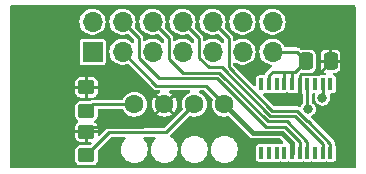
<source format=gbr>
%TF.GenerationSoftware,KiCad,Pcbnew,7.0.6-0*%
%TF.CreationDate,2024-10-04T20:33:39+02:00*%
%TF.ProjectId,Z3660_CPLD_prog,5a333636-305f-4435-904c-445f70726f67,rev?*%
%TF.SameCoordinates,Original*%
%TF.FileFunction,Copper,L1,Top*%
%TF.FilePolarity,Positive*%
%FSLAX46Y46*%
G04 Gerber Fmt 4.6, Leading zero omitted, Abs format (unit mm)*
G04 Created by KiCad (PCBNEW 7.0.6-0) date 2024-10-04 20:33:39*
%MOMM*%
%LPD*%
G01*
G04 APERTURE LIST*
G04 Aperture macros list*
%AMRoundRect*
0 Rectangle with rounded corners*
0 $1 Rounding radius*
0 $2 $3 $4 $5 $6 $7 $8 $9 X,Y pos of 4 corners*
0 Add a 4 corners polygon primitive as box body*
4,1,4,$2,$3,$4,$5,$6,$7,$8,$9,$2,$3,0*
0 Add four circle primitives for the rounded corners*
1,1,$1+$1,$2,$3*
1,1,$1+$1,$4,$5*
1,1,$1+$1,$6,$7*
1,1,$1+$1,$8,$9*
0 Add four rect primitives between the rounded corners*
20,1,$1+$1,$2,$3,$4,$5,0*
20,1,$1+$1,$4,$5,$6,$7,0*
20,1,$1+$1,$6,$7,$8,$9,0*
20,1,$1+$1,$8,$9,$2,$3,0*%
G04 Aperture macros list end*
%TA.AperFunction,SMDPad,CuDef*%
%ADD10R,0.400000X1.000000*%
%TD*%
%TA.AperFunction,SMDPad,CuDef*%
%ADD11RoundRect,0.250000X-0.450000X0.350000X-0.450000X-0.350000X0.450000X-0.350000X0.450000X0.350000X0*%
%TD*%
%TA.AperFunction,ComponentPad*%
%ADD12C,1.605000*%
%TD*%
%TA.AperFunction,SMDPad,CuDef*%
%ADD13RoundRect,0.250000X0.337500X0.475000X-0.337500X0.475000X-0.337500X-0.475000X0.337500X-0.475000X0*%
%TD*%
%TA.AperFunction,ComponentPad*%
%ADD14R,1.700000X1.700000*%
%TD*%
%TA.AperFunction,ComponentPad*%
%ADD15O,1.700000X1.700000*%
%TD*%
%TA.AperFunction,ViaPad*%
%ADD16C,0.800000*%
%TD*%
%TA.AperFunction,Conductor*%
%ADD17C,0.250000*%
%TD*%
%TA.AperFunction,Conductor*%
%ADD18C,0.400000*%
%TD*%
G04 APERTURE END LIST*
D10*
%TO.P,U1,1,~{INT}*%
%TO.N,unconnected-(U1-~{INT}-Pad1)*%
X153625000Y-48850000D03*
%TO.P,U1,2,SCL*%
%TO.N,I2C0_CLK*%
X152975000Y-48850000D03*
%TO.P,U1,3,NC*%
%TO.N,unconnected-(U1-NC-Pad3)*%
X152325000Y-48850000D03*
%TO.P,U1,4,SDA*%
%TO.N,I2C0_SDA*%
X151675000Y-48850000D03*
%TO.P,U1,5,VDD*%
%TO.N,+3V3*%
X151025000Y-48850000D03*
%TO.P,U1,6,A0*%
%TO.N,Earth*%
X150375000Y-48850000D03*
%TO.P,U1,7,A1*%
X149725000Y-48850000D03*
%TO.P,U1,8,NC*%
%TO.N,unconnected-(U1-NC-Pad8)*%
X149075000Y-48850000D03*
%TO.P,U1,9,A2*%
%TO.N,Earth*%
X148425000Y-48850000D03*
%TO.P,U1,10,P0*%
%TO.N,unconnected-(U1-P0-Pad10)*%
X147775000Y-48850000D03*
%TO.P,U1,11,P1*%
%TO.N,unconnected-(U1-P1-Pad11)*%
X147775000Y-54650000D03*
%TO.P,U1,12,P2*%
%TO.N,unconnected-(U1-P2-Pad12)*%
X148425000Y-54650000D03*
%TO.P,U1,13,NC*%
%TO.N,unconnected-(U1-NC-Pad13)*%
X149075000Y-54650000D03*
%TO.P,U1,14,P3*%
%TO.N,unconnected-(U1-P3-Pad14)*%
X149725000Y-54650000D03*
%TO.P,U1,15,VSS*%
%TO.N,Earth*%
X150375000Y-54650000D03*
%TO.P,U1,16,P4*%
%TO.N,TMS*%
X151025000Y-54650000D03*
%TO.P,U1,17,P5*%
%TO.N,TCK*%
X151675000Y-54650000D03*
%TO.P,U1,18,NC*%
%TO.N,unconnected-(U1-NC-Pad18)*%
X152325000Y-54650000D03*
%TO.P,U1,19,P6*%
%TO.N,TDO*%
X152975000Y-54650000D03*
%TO.P,U1,20,P7*%
%TO.N,TDI*%
X153625000Y-54650000D03*
%TD*%
D11*
%TO.P,R1,1*%
%TO.N,+3V3*%
X132960000Y-52870000D03*
%TO.P,R1,2*%
%TO.N,I2C0_CLK*%
X132960000Y-54870000D03*
%TD*%
D12*
%TO.P,J1,1,1*%
%TO.N,Earth*%
X144650000Y-50540000D03*
%TO.P,J1,2,2*%
%TO.N,I2C0_CLK*%
X142110000Y-50540000D03*
%TO.P,J1,3,3*%
%TO.N,+3V3*%
X139570000Y-50540000D03*
%TO.P,J1,4,4*%
%TO.N,I2C0_SDA*%
X137030000Y-50540000D03*
%TD*%
D11*
%TO.P,R2,2*%
%TO.N,I2C0_SDA*%
X132960000Y-51120000D03*
%TO.P,R2,1*%
%TO.N,+3V3*%
X132960000Y-49120000D03*
%TD*%
D13*
%TO.P,C1,1*%
%TO.N,+3V3*%
X153637500Y-46900000D03*
%TO.P,C1,2*%
%TO.N,Earth*%
X151562500Y-46900000D03*
%TD*%
D14*
%TO.P,J3,1,Pin_1*%
%TO.N,Earth*%
X133480000Y-46100000D03*
D15*
%TO.P,J3,2,Pin_2*%
%TO.N,unconnected-(J3-Pin_2-Pad2)*%
X133480000Y-43560000D03*
%TO.P,J3,3,Pin_3*%
%TO.N,Earth*%
X136020000Y-46100000D03*
%TO.P,J3,4,Pin_4*%
%TO.N,TMS*%
X136020000Y-43560000D03*
%TO.P,J3,5,Pin_5*%
%TO.N,Earth*%
X138560000Y-46100000D03*
%TO.P,J3,6,Pin_6*%
%TO.N,TCK*%
X138560000Y-43560000D03*
%TO.P,J3,7,Pin_7*%
%TO.N,Earth*%
X141100000Y-46100000D03*
%TO.P,J3,8,Pin_8*%
%TO.N,TDO*%
X141100000Y-43560000D03*
%TO.P,J3,9,Pin_9*%
%TO.N,Earth*%
X143640000Y-46100000D03*
%TO.P,J3,10,Pin_10*%
%TO.N,TDI*%
X143640000Y-43560000D03*
%TO.P,J3,11,Pin_11*%
%TO.N,Earth*%
X146180000Y-46100000D03*
%TO.P,J3,12,Pin_12*%
%TO.N,unconnected-(J3-Pin_12-Pad12)*%
X146180000Y-43560000D03*
%TO.P,J3,13,Pin_13*%
%TO.N,Earth*%
X148720000Y-46100000D03*
%TO.P,J3,14,Pin_14*%
%TO.N,unconnected-(J3-Pin_14-Pad14)*%
X148720000Y-43560000D03*
%TD*%
D16*
%TO.N,+3V3*%
X149930445Y-49969555D03*
%TO.N,I2C0_CLK*%
X152950000Y-50000000D03*
%TO.N,I2C0_SDA*%
X151723922Y-50945000D03*
%TD*%
D17*
%TO.N,+3V3*%
X151025000Y-48850000D02*
X151025000Y-49600000D01*
X153637500Y-46900000D02*
X153637500Y-46962500D01*
X132960000Y-49120000D02*
X138150000Y-49120000D01*
X152600000Y-48000000D02*
X151125000Y-48000000D01*
X132960000Y-52870000D02*
X133360000Y-52470000D01*
X137640000Y-52470000D02*
X139570000Y-50540000D01*
X151025000Y-49600000D02*
X150655445Y-49969555D01*
X133360000Y-52470000D02*
X137640000Y-52470000D01*
X150655445Y-49969555D02*
X149930445Y-49969555D01*
X151025000Y-48100000D02*
X151025000Y-48850000D01*
X138150000Y-49120000D02*
X139570000Y-50540000D01*
X153637500Y-46962500D02*
X152600000Y-48000000D01*
X151125000Y-48000000D02*
X151025000Y-48100000D01*
%TO.N,Earth*%
X138882500Y-48962500D02*
X136020000Y-46100000D01*
X151562500Y-46900000D02*
X150762500Y-46100000D01*
X150662500Y-47800000D02*
X150650000Y-47800000D01*
X151562500Y-46900000D02*
X150662500Y-47800000D01*
D18*
X149531142Y-52970000D02*
X147080000Y-52970000D01*
D17*
X148425000Y-48100000D02*
X148725000Y-47800000D01*
X149725000Y-48850000D02*
X149725000Y-47825000D01*
X148425000Y-48850000D02*
X148425000Y-48100000D01*
D18*
X147080000Y-52970000D02*
X144650000Y-50540000D01*
D17*
X149725000Y-47825000D02*
X149750000Y-47800000D01*
X148725000Y-47800000D02*
X149750000Y-47800000D01*
X143072500Y-48962500D02*
X138882500Y-48962500D01*
X150375000Y-48850000D02*
X150375000Y-47800000D01*
X150762500Y-46100000D02*
X148720000Y-46100000D01*
D18*
X150375000Y-54650000D02*
X150375000Y-53813858D01*
X150375000Y-53813858D02*
X149531142Y-52970000D01*
D17*
X144650000Y-50540000D02*
X143072500Y-48962500D01*
X149750000Y-47800000D02*
X150650000Y-47800000D01*
%TO.N,I2C0_CLK*%
X152975000Y-48850000D02*
X152975000Y-49975000D01*
X139730000Y-52920000D02*
X142110000Y-50540000D01*
X132960000Y-54870000D02*
X134910000Y-52920000D01*
X152975000Y-49975000D02*
X152950000Y-50000000D01*
X134910000Y-52920000D02*
X139730000Y-52920000D01*
%TO.N,I2C0_SDA*%
X151675000Y-50896078D02*
X151723922Y-50945000D01*
X151675000Y-48850000D02*
X151675000Y-50896078D01*
X132960000Y-51120000D02*
X133540000Y-50540000D01*
X133540000Y-50540000D02*
X137030000Y-50540000D01*
%TO.N,TDI*%
X151681396Y-51970000D02*
X151720000Y-51970000D01*
X143640000Y-43560000D02*
X145005000Y-44925000D01*
X148708714Y-51095000D02*
X150806396Y-51095000D01*
X150806396Y-51095000D02*
X151681396Y-51970000D01*
X145005000Y-47391286D02*
X148708714Y-51095000D01*
X153625000Y-53875000D02*
X153625000Y-54650000D01*
X145005000Y-44925000D02*
X145005000Y-47391286D01*
X151720000Y-51970000D02*
X153625000Y-53875000D01*
%TO.N,TDO*%
X142465000Y-44925000D02*
X142465000Y-46586701D01*
X141100000Y-43560000D02*
X142465000Y-44925000D01*
X144402318Y-47425000D02*
X148522318Y-51545000D01*
X150620000Y-51545000D02*
X152975000Y-53900000D01*
X152975000Y-53900000D02*
X152975000Y-54650000D01*
X143303299Y-47425000D02*
X144402318Y-47425000D01*
X142465000Y-46586701D02*
X143303299Y-47425000D01*
X148522318Y-51545000D02*
X150620000Y-51545000D01*
%TO.N,TMS*%
X139123299Y-48325000D02*
X144029526Y-48325000D01*
X136020000Y-43560000D02*
X137385000Y-44925000D01*
X151025000Y-53721396D02*
X151025000Y-54650000D01*
X149748604Y-52445000D02*
X151025000Y-53721396D01*
X144029526Y-48325000D02*
X148149526Y-52445000D01*
X137385000Y-46586701D02*
X139123299Y-48325000D01*
X148149526Y-52445000D02*
X149748604Y-52445000D01*
X137385000Y-44925000D02*
X137385000Y-46586701D01*
%TO.N,TCK*%
X139925000Y-46675000D02*
X141125000Y-47875000D01*
X149935000Y-51995000D02*
X151675000Y-53735000D01*
X151675000Y-53735000D02*
X151675000Y-54650000D01*
X148335922Y-51995000D02*
X149935000Y-51995000D01*
X144215922Y-47875000D02*
X148335922Y-51995000D01*
X139925000Y-44925000D02*
X139925000Y-46675000D01*
X138560000Y-43560000D02*
X139925000Y-44925000D01*
X141125000Y-47875000D02*
X144215922Y-47875000D01*
%TD*%
%TA.AperFunction,Conductor*%
%TO.N,+3V3*%
G36*
X151093039Y-48744685D02*
G01*
X151138794Y-48797489D01*
X151150000Y-48849000D01*
X151150000Y-49600000D01*
X151175500Y-49600000D01*
X151242539Y-49619685D01*
X151288294Y-49672489D01*
X151299500Y-49724000D01*
X151299500Y-50396137D01*
X151279815Y-50463176D01*
X151257728Y-50488952D01*
X151233439Y-50510469D01*
X151233437Y-50510472D01*
X151143703Y-50640475D01*
X151143701Y-50640478D01*
X151128969Y-50679323D01*
X151086791Y-50735025D01*
X151021193Y-50759081D01*
X150977647Y-50754195D01*
X150920993Y-50737329D01*
X150869054Y-50719499D01*
X150861319Y-50718208D01*
X150853481Y-50717231D01*
X150798640Y-50719500D01*
X148915613Y-50719500D01*
X148848574Y-50699815D01*
X148827932Y-50683181D01*
X147951502Y-49806751D01*
X147918017Y-49745428D01*
X147923001Y-49675736D01*
X147964873Y-49619803D01*
X148014992Y-49597453D01*
X148075809Y-49585356D01*
X148124192Y-49585356D01*
X148200323Y-49600500D01*
X148200326Y-49600500D01*
X148649676Y-49600500D01*
X148725808Y-49585356D01*
X148774192Y-49585356D01*
X148850323Y-49600500D01*
X148850326Y-49600500D01*
X149299676Y-49600500D01*
X149375807Y-49585356D01*
X149424191Y-49585356D01*
X149500323Y-49600500D01*
X149500326Y-49600500D01*
X149949676Y-49600500D01*
X150025808Y-49585356D01*
X150074192Y-49585356D01*
X150150323Y-49600500D01*
X150150326Y-49600500D01*
X150599676Y-49600500D01*
X150677089Y-49585101D01*
X150725473Y-49585101D01*
X150800373Y-49600000D01*
X150900000Y-49600000D01*
X150900000Y-48849000D01*
X150919685Y-48781961D01*
X150972489Y-48736206D01*
X151024000Y-48725000D01*
X151026000Y-48725000D01*
X151093039Y-48744685D01*
G37*
%TD.AperFunction*%
%TA.AperFunction,Conductor*%
G36*
X155692539Y-42170185D02*
G01*
X155738294Y-42222989D01*
X155749500Y-42274500D01*
X155749500Y-55845500D01*
X155729815Y-55912539D01*
X155677011Y-55958294D01*
X155625500Y-55969500D01*
X126634000Y-55969500D01*
X126566961Y-55949815D01*
X126521206Y-55897011D01*
X126510000Y-55845500D01*
X126510000Y-55267870D01*
X132009500Y-55267870D01*
X132009501Y-55267876D01*
X132015908Y-55327483D01*
X132066202Y-55462328D01*
X132066206Y-55462335D01*
X132152452Y-55577544D01*
X132152455Y-55577547D01*
X132267664Y-55663793D01*
X132267671Y-55663797D01*
X132402517Y-55714091D01*
X132402516Y-55714091D01*
X132409444Y-55714835D01*
X132462127Y-55720500D01*
X133457872Y-55720499D01*
X133517483Y-55714091D01*
X133652331Y-55663796D01*
X133767546Y-55577546D01*
X133853796Y-55462331D01*
X133904091Y-55327483D01*
X133910500Y-55267873D01*
X133910499Y-54501897D01*
X133930183Y-54434859D01*
X133946813Y-54414222D01*
X135029217Y-53331819D01*
X135090541Y-53298334D01*
X135116899Y-53295500D01*
X136167187Y-53295500D01*
X136234226Y-53315185D01*
X136279981Y-53367989D01*
X136289925Y-53437147D01*
X136260900Y-53500703D01*
X136258824Y-53503038D01*
X136115963Y-53659749D01*
X136004691Y-53839459D01*
X136004690Y-53839460D01*
X135936041Y-54016666D01*
X135928338Y-54036550D01*
X135889500Y-54244317D01*
X135889500Y-54455683D01*
X135928338Y-54663450D01*
X135928339Y-54663452D01*
X136004690Y-54860539D01*
X136004691Y-54860540D01*
X136115963Y-55040250D01*
X136258355Y-55196448D01*
X136258358Y-55196450D01*
X136427032Y-55323827D01*
X136550599Y-55385356D01*
X136616237Y-55418040D01*
X136616243Y-55418043D01*
X136771902Y-55462331D01*
X136819536Y-55475884D01*
X136977271Y-55490500D01*
X136977275Y-55490500D01*
X137082725Y-55490500D01*
X137082729Y-55490500D01*
X137240464Y-55475884D01*
X137327350Y-55451162D01*
X137443756Y-55418043D01*
X137443758Y-55418041D01*
X137443761Y-55418041D01*
X137632968Y-55323827D01*
X137801642Y-55196450D01*
X137944038Y-55040249D01*
X138055308Y-54860542D01*
X138131662Y-54663450D01*
X138170500Y-54455683D01*
X138170500Y-54244317D01*
X138131662Y-54036550D01*
X138063904Y-53861647D01*
X138055309Y-53839460D01*
X138055308Y-53839459D01*
X138055308Y-53839458D01*
X137944038Y-53659751D01*
X137868771Y-53577187D01*
X137801176Y-53503038D01*
X137770559Y-53440234D01*
X137778757Y-53370847D01*
X137823166Y-53316907D01*
X137889689Y-53295539D01*
X137892813Y-53295500D01*
X138707187Y-53295500D01*
X138774226Y-53315185D01*
X138819981Y-53367989D01*
X138829925Y-53437147D01*
X138800900Y-53500703D01*
X138798824Y-53503038D01*
X138655963Y-53659749D01*
X138544691Y-53839459D01*
X138544690Y-53839460D01*
X138476041Y-54016666D01*
X138468338Y-54036550D01*
X138429500Y-54244317D01*
X138429500Y-54455683D01*
X138468338Y-54663450D01*
X138468339Y-54663452D01*
X138544690Y-54860539D01*
X138544691Y-54860540D01*
X138655963Y-55040250D01*
X138798355Y-55196448D01*
X138798358Y-55196450D01*
X138967032Y-55323827D01*
X139090599Y-55385356D01*
X139156237Y-55418040D01*
X139156243Y-55418043D01*
X139311902Y-55462331D01*
X139359536Y-55475884D01*
X139517271Y-55490500D01*
X139517275Y-55490500D01*
X139622725Y-55490500D01*
X139622729Y-55490500D01*
X139780464Y-55475884D01*
X139867350Y-55451162D01*
X139983756Y-55418043D01*
X139983758Y-55418041D01*
X139983761Y-55418041D01*
X140172968Y-55323827D01*
X140341642Y-55196450D01*
X140484038Y-55040249D01*
X140595308Y-54860542D01*
X140671662Y-54663450D01*
X140710500Y-54455683D01*
X140969500Y-54455683D01*
X141008338Y-54663450D01*
X141008339Y-54663452D01*
X141084690Y-54860539D01*
X141084691Y-54860540D01*
X141195963Y-55040250D01*
X141338355Y-55196448D01*
X141338358Y-55196450D01*
X141507032Y-55323827D01*
X141630599Y-55385356D01*
X141696237Y-55418040D01*
X141696243Y-55418043D01*
X141851902Y-55462331D01*
X141899536Y-55475884D01*
X142057271Y-55490500D01*
X142057275Y-55490500D01*
X142162725Y-55490500D01*
X142162729Y-55490500D01*
X142320464Y-55475884D01*
X142407350Y-55451162D01*
X142523756Y-55418043D01*
X142523758Y-55418041D01*
X142523761Y-55418041D01*
X142712968Y-55323827D01*
X142881642Y-55196450D01*
X143024038Y-55040249D01*
X143135308Y-54860542D01*
X143211662Y-54663450D01*
X143250500Y-54455683D01*
X143509500Y-54455683D01*
X143548338Y-54663450D01*
X143548339Y-54663452D01*
X143624690Y-54860539D01*
X143624691Y-54860540D01*
X143735963Y-55040250D01*
X143878355Y-55196448D01*
X143878358Y-55196450D01*
X144047032Y-55323827D01*
X144170599Y-55385356D01*
X144236237Y-55418040D01*
X144236243Y-55418043D01*
X144391902Y-55462331D01*
X144439536Y-55475884D01*
X144597271Y-55490500D01*
X144597275Y-55490500D01*
X144702725Y-55490500D01*
X144702729Y-55490500D01*
X144860464Y-55475884D01*
X144947350Y-55451162D01*
X145063756Y-55418043D01*
X145063758Y-55418041D01*
X145063761Y-55418041D01*
X145252968Y-55323827D01*
X145421642Y-55196450D01*
X145564038Y-55040249D01*
X145675308Y-54860542D01*
X145751662Y-54663450D01*
X145790500Y-54455683D01*
X145790500Y-54244317D01*
X145751662Y-54036550D01*
X145683904Y-53861647D01*
X145675309Y-53839460D01*
X145675308Y-53839459D01*
X145675308Y-53839458D01*
X145564038Y-53659751D01*
X145488771Y-53577187D01*
X145421644Y-53503551D01*
X145252968Y-53376173D01*
X145063762Y-53281959D01*
X145063756Y-53281956D01*
X144860466Y-53224116D01*
X144860463Y-53224115D01*
X144748472Y-53213738D01*
X144702729Y-53209500D01*
X144597271Y-53209500D01*
X144554619Y-53213452D01*
X144439536Y-53224115D01*
X144439533Y-53224116D01*
X144236243Y-53281956D01*
X144236237Y-53281959D01*
X144047031Y-53376173D01*
X143878355Y-53503551D01*
X143735963Y-53659749D01*
X143624691Y-53839459D01*
X143624690Y-53839460D01*
X143556041Y-54016666D01*
X143548338Y-54036550D01*
X143509500Y-54244317D01*
X143509500Y-54455683D01*
X143250500Y-54455683D01*
X143250500Y-54244317D01*
X143211662Y-54036550D01*
X143143904Y-53861647D01*
X143135309Y-53839460D01*
X143135308Y-53839459D01*
X143135308Y-53839458D01*
X143024038Y-53659751D01*
X142948771Y-53577187D01*
X142881644Y-53503551D01*
X142712968Y-53376173D01*
X142523762Y-53281959D01*
X142523756Y-53281956D01*
X142320466Y-53224116D01*
X142320463Y-53224115D01*
X142208472Y-53213738D01*
X142162729Y-53209500D01*
X142057271Y-53209500D01*
X142014619Y-53213452D01*
X141899536Y-53224115D01*
X141899533Y-53224116D01*
X141696243Y-53281956D01*
X141696237Y-53281959D01*
X141507031Y-53376173D01*
X141338355Y-53503551D01*
X141195963Y-53659749D01*
X141084691Y-53839459D01*
X141084690Y-53839460D01*
X141016041Y-54016666D01*
X141008338Y-54036550D01*
X140969500Y-54244317D01*
X140969500Y-54455683D01*
X140710500Y-54455683D01*
X140710500Y-54244317D01*
X140671662Y-54036550D01*
X140603904Y-53861647D01*
X140595309Y-53839460D01*
X140595308Y-53839459D01*
X140595308Y-53839458D01*
X140484038Y-53659751D01*
X140408771Y-53577187D01*
X140341644Y-53503551D01*
X140172968Y-53376173D01*
X140081499Y-53330626D01*
X140030262Y-53283122D01*
X140012841Y-53215459D01*
X140034767Y-53149119D01*
X140049084Y-53131951D01*
X141620614Y-51560421D01*
X141681935Y-51526938D01*
X141744287Y-51529443D01*
X141901954Y-51577272D01*
X141903573Y-51577763D01*
X141903575Y-51577764D01*
X141918125Y-51579197D01*
X142110000Y-51598095D01*
X142316424Y-51577764D01*
X142514915Y-51517552D01*
X142697846Y-51419774D01*
X142858186Y-51288186D01*
X142989774Y-51127846D01*
X143087552Y-50944915D01*
X143147764Y-50746424D01*
X143168095Y-50540000D01*
X143147764Y-50333576D01*
X143087552Y-50135085D01*
X143035988Y-50038615D01*
X142989775Y-49952155D01*
X142989773Y-49952152D01*
X142858186Y-49791813D01*
X142697847Y-49660226D01*
X142697844Y-49660224D01*
X142531586Y-49571358D01*
X142481742Y-49522396D01*
X142466281Y-49454258D01*
X142490113Y-49388579D01*
X142545670Y-49346210D01*
X142590039Y-49338000D01*
X142865601Y-49338000D01*
X142932640Y-49357685D01*
X142953282Y-49374319D01*
X143629576Y-50050613D01*
X143663061Y-50111936D01*
X143660555Y-50174290D01*
X143612236Y-50333573D01*
X143612235Y-50333575D01*
X143591905Y-50540000D01*
X143612235Y-50746424D01*
X143612236Y-50746426D01*
X143672448Y-50944916D01*
X143770224Y-51127844D01*
X143770226Y-51127847D01*
X143901813Y-51288186D01*
X144062152Y-51419773D01*
X144062155Y-51419775D01*
X144217974Y-51503061D01*
X144245085Y-51517552D01*
X144386411Y-51560423D01*
X144443573Y-51577763D01*
X144443575Y-51577764D01*
X144458125Y-51579197D01*
X144650000Y-51598095D01*
X144856424Y-51577764D01*
X144934330Y-51554130D01*
X145004195Y-51553506D01*
X145058006Y-51585110D01*
X146741090Y-53268193D01*
X146745726Y-53273380D01*
X146770121Y-53303970D01*
X146770121Y-53303971D01*
X146819271Y-53337480D01*
X146867118Y-53372793D01*
X146874654Y-53376776D01*
X146882319Y-53380467D01*
X146882327Y-53380472D01*
X146939177Y-53398007D01*
X146995297Y-53417645D01*
X146995299Y-53417645D01*
X146995301Y-53417646D01*
X146995302Y-53417646D01*
X147003679Y-53419230D01*
X147012096Y-53420499D01*
X147012098Y-53420500D01*
X147071574Y-53420500D01*
X147131009Y-53422724D01*
X147131009Y-53422723D01*
X147131010Y-53422724D01*
X147131010Y-53422723D01*
X147140244Y-53421684D01*
X147140337Y-53422513D01*
X147155636Y-53420500D01*
X149293176Y-53420500D01*
X149360215Y-53440185D01*
X149380857Y-53456819D01*
X149611857Y-53687819D01*
X149645342Y-53749142D01*
X149640358Y-53818834D01*
X149598486Y-53874767D01*
X149533022Y-53899184D01*
X149524176Y-53899500D01*
X149500326Y-53899500D01*
X149424190Y-53914644D01*
X149375810Y-53914644D01*
X149299674Y-53899500D01*
X148850326Y-53899500D01*
X148774190Y-53914644D01*
X148725810Y-53914644D01*
X148649674Y-53899500D01*
X148200326Y-53899500D01*
X148124190Y-53914644D01*
X148075810Y-53914644D01*
X147999674Y-53899500D01*
X147550326Y-53899500D01*
X147550323Y-53899500D01*
X147477264Y-53914032D01*
X147477260Y-53914033D01*
X147394399Y-53969399D01*
X147339033Y-54052260D01*
X147339032Y-54052264D01*
X147324500Y-54125321D01*
X147324500Y-55174678D01*
X147339032Y-55247735D01*
X147339033Y-55247739D01*
X147352486Y-55267873D01*
X147394399Y-55330601D01*
X147449999Y-55367751D01*
X147477260Y-55385966D01*
X147477264Y-55385967D01*
X147550321Y-55400499D01*
X147550324Y-55400500D01*
X147550326Y-55400500D01*
X147999676Y-55400500D01*
X148075807Y-55385356D01*
X148124191Y-55385356D01*
X148200323Y-55400500D01*
X148200326Y-55400500D01*
X148649676Y-55400500D01*
X148725808Y-55385356D01*
X148774192Y-55385356D01*
X148850323Y-55400500D01*
X148850326Y-55400500D01*
X149299676Y-55400500D01*
X149375808Y-55385356D01*
X149424192Y-55385356D01*
X149500323Y-55400500D01*
X149500326Y-55400500D01*
X149949676Y-55400500D01*
X150025808Y-55385356D01*
X150074192Y-55385356D01*
X150150323Y-55400500D01*
X150150326Y-55400500D01*
X150599676Y-55400500D01*
X150675808Y-55385356D01*
X150724192Y-55385356D01*
X150800323Y-55400500D01*
X150800326Y-55400500D01*
X151249676Y-55400500D01*
X151325808Y-55385356D01*
X151374192Y-55385356D01*
X151450323Y-55400500D01*
X151450326Y-55400500D01*
X151899676Y-55400500D01*
X151975807Y-55385356D01*
X152024191Y-55385356D01*
X152100323Y-55400500D01*
X152100326Y-55400500D01*
X152549676Y-55400500D01*
X152625808Y-55385356D01*
X152674192Y-55385356D01*
X152750323Y-55400500D01*
X152750326Y-55400500D01*
X153199676Y-55400500D01*
X153275807Y-55385356D01*
X153324191Y-55385356D01*
X153400323Y-55400500D01*
X153400326Y-55400500D01*
X153849676Y-55400500D01*
X153849677Y-55400499D01*
X153922740Y-55385966D01*
X154005601Y-55330601D01*
X154060966Y-55247740D01*
X154075500Y-55174674D01*
X154075500Y-54125326D01*
X154075500Y-54125323D01*
X154075499Y-54125321D01*
X154060967Y-54052264D01*
X154060966Y-54052260D01*
X154043358Y-54025908D01*
X154021819Y-53993672D01*
X154000943Y-53926995D01*
X154003561Y-53899345D01*
X154005367Y-53890732D01*
X154001742Y-53861647D01*
X154000977Y-53855507D01*
X154000500Y-53847831D01*
X154000500Y-53843889D01*
X154000498Y-53843876D01*
X153996657Y-53820859D01*
X153993121Y-53792489D01*
X153989866Y-53766374D01*
X153989864Y-53766370D01*
X153987622Y-53758840D01*
X153985065Y-53751392D01*
X153985065Y-53751390D01*
X153958944Y-53703122D01*
X153934826Y-53653789D01*
X153934824Y-53653787D01*
X153934824Y-53653786D01*
X153930276Y-53647416D01*
X153925420Y-53641176D01*
X153925419Y-53641174D01*
X153885029Y-53603992D01*
X152022149Y-51741111D01*
X152006022Y-51721252D01*
X152000086Y-51712167D01*
X152000085Y-51712166D01*
X152000084Y-51712164D01*
X152000081Y-51712161D01*
X151999268Y-51711278D01*
X151998534Y-51709791D01*
X151994465Y-51703563D01*
X151995217Y-51703071D01*
X151968347Y-51648623D01*
X151976208Y-51579197D01*
X152020355Y-51525042D01*
X152032859Y-51517507D01*
X152096162Y-51484283D01*
X152214405Y-51379530D01*
X152304142Y-51249523D01*
X152360159Y-51101818D01*
X152379200Y-50945000D01*
X152360192Y-50788449D01*
X152360159Y-50788181D01*
X152318874Y-50679323D01*
X152304142Y-50640477D01*
X152273781Y-50596492D01*
X152251900Y-50530141D01*
X152252261Y-50528741D01*
X152220017Y-50515282D01*
X152215861Y-50511760D01*
X152190116Y-50488952D01*
X152096162Y-50405717D01*
X152096161Y-50405716D01*
X152092273Y-50402272D01*
X152055147Y-50343083D01*
X152050500Y-50309456D01*
X152050500Y-50038615D01*
X152061527Y-50001058D01*
X152052179Y-49981723D01*
X152050500Y-49961384D01*
X152050500Y-49724500D01*
X152070185Y-49657461D01*
X152122989Y-49611706D01*
X152174500Y-49600500D01*
X152226155Y-49600500D01*
X152293194Y-49620185D01*
X152338949Y-49672989D01*
X152348893Y-49742147D01*
X152342097Y-49768471D01*
X152313763Y-49843181D01*
X152297596Y-49976330D01*
X152288893Y-49996548D01*
X152293477Y-50003680D01*
X152297595Y-50023667D01*
X152304264Y-50078588D01*
X152313763Y-50156818D01*
X152369780Y-50304523D01*
X152369780Y-50304524D01*
X152400138Y-50348504D01*
X152422021Y-50414858D01*
X152421659Y-50416257D01*
X152453903Y-50429717D01*
X152458060Y-50433239D01*
X152459516Y-50434529D01*
X152459517Y-50434530D01*
X152577760Y-50539283D01*
X152577762Y-50539284D01*
X152717634Y-50612696D01*
X152871014Y-50650500D01*
X152871015Y-50650500D01*
X153028985Y-50650500D01*
X153182365Y-50612696D01*
X153250657Y-50576853D01*
X153322240Y-50539283D01*
X153440483Y-50434530D01*
X153530220Y-50304523D01*
X153586237Y-50156818D01*
X153605278Y-50000000D01*
X153586237Y-49843182D01*
X153557903Y-49768471D01*
X153552536Y-49698808D01*
X153585683Y-49637302D01*
X153646822Y-49603480D01*
X153673845Y-49600500D01*
X153849676Y-49600500D01*
X153849677Y-49600499D01*
X153922740Y-49585966D01*
X154005601Y-49530601D01*
X154060966Y-49447740D01*
X154075500Y-49374674D01*
X154075500Y-48325326D01*
X154075500Y-48325325D01*
X154075500Y-48325323D01*
X154075499Y-48325321D01*
X154060967Y-48252264D01*
X154060966Y-48252260D01*
X154060965Y-48252259D01*
X154005601Y-48169399D01*
X153922740Y-48114034D01*
X153922738Y-48114033D01*
X153922736Y-48114032D01*
X153921597Y-48113560D01*
X153919495Y-48111866D01*
X153912585Y-48107249D01*
X153912998Y-48106630D01*
X153867195Y-48069718D01*
X153845131Y-48003424D01*
X153862411Y-47935725D01*
X153913549Y-47888115D01*
X153969052Y-47875000D01*
X154022828Y-47875000D01*
X154022844Y-47874999D01*
X154082372Y-47868598D01*
X154082379Y-47868596D01*
X154217086Y-47818354D01*
X154217093Y-47818350D01*
X154332187Y-47732190D01*
X154332190Y-47732187D01*
X154418350Y-47617093D01*
X154418354Y-47617086D01*
X154468596Y-47482379D01*
X154468598Y-47482372D01*
X154474999Y-47422844D01*
X154475000Y-47422827D01*
X154475000Y-47025000D01*
X152800000Y-47025000D01*
X152800000Y-47422844D01*
X152806401Y-47482372D01*
X152806403Y-47482379D01*
X152856645Y-47617086D01*
X152856649Y-47617093D01*
X152942809Y-47732187D01*
X152942812Y-47732190D01*
X153057906Y-47818350D01*
X153057913Y-47818354D01*
X153167743Y-47859318D01*
X153223677Y-47901189D01*
X153248094Y-47966653D01*
X153233242Y-48034926D01*
X153183837Y-48084332D01*
X153124410Y-48099500D01*
X152750326Y-48099500D01*
X152674190Y-48114644D01*
X152625810Y-48114644D01*
X152549674Y-48099500D01*
X152100326Y-48099500D01*
X152100325Y-48099500D01*
X152088528Y-48101846D01*
X152018937Y-48095615D01*
X151963762Y-48052749D01*
X151940520Y-47986858D01*
X151956592Y-47918862D01*
X152006873Y-47870349D01*
X152021005Y-47864047D01*
X152139331Y-47819915D01*
X152142326Y-47818798D01*
X152142326Y-47818797D01*
X152142331Y-47818796D01*
X152257546Y-47732546D01*
X152343796Y-47617331D01*
X152394091Y-47482483D01*
X152400500Y-47422873D01*
X152400499Y-46775000D01*
X152800000Y-46775000D01*
X153512500Y-46775000D01*
X153512500Y-45925000D01*
X153762500Y-45925000D01*
X153762500Y-46775000D01*
X154475000Y-46775000D01*
X154475000Y-46377172D01*
X154474999Y-46377155D01*
X154468598Y-46317627D01*
X154468596Y-46317620D01*
X154418354Y-46182913D01*
X154418350Y-46182906D01*
X154332190Y-46067812D01*
X154332187Y-46067809D01*
X154217093Y-45981649D01*
X154217086Y-45981645D01*
X154082379Y-45931403D01*
X154082372Y-45931401D01*
X154022844Y-45925000D01*
X153762500Y-45925000D01*
X153512500Y-45925000D01*
X153252155Y-45925000D01*
X153192627Y-45931401D01*
X153192620Y-45931403D01*
X153057913Y-45981645D01*
X153057906Y-45981649D01*
X152942812Y-46067809D01*
X152942809Y-46067812D01*
X152856649Y-46182906D01*
X152856645Y-46182913D01*
X152806403Y-46317620D01*
X152806401Y-46317627D01*
X152800000Y-46377155D01*
X152800000Y-46775000D01*
X152400499Y-46775000D01*
X152400499Y-46377128D01*
X152394091Y-46317517D01*
X152388707Y-46303083D01*
X152343797Y-46182671D01*
X152343793Y-46182664D01*
X152257547Y-46067455D01*
X152257544Y-46067452D01*
X152142335Y-45981206D01*
X152142328Y-45981202D01*
X152007486Y-45930910D01*
X152007485Y-45930909D01*
X152007483Y-45930909D01*
X151947873Y-45924500D01*
X151947863Y-45924500D01*
X151177105Y-45924500D01*
X151176224Y-45924548D01*
X151176025Y-45924500D01*
X151173808Y-45924501D01*
X151173808Y-45923976D01*
X151108232Y-45908460D01*
X151081943Y-45888405D01*
X151064649Y-45871111D01*
X151048522Y-45851252D01*
X151042586Y-45842167D01*
X151042583Y-45842163D01*
X151014574Y-45820363D01*
X151008810Y-45815272D01*
X151006015Y-45812477D01*
X150987005Y-45798906D01*
X150943689Y-45765190D01*
X150936774Y-45761448D01*
X150929700Y-45757990D01*
X150877096Y-45742329D01*
X150825158Y-45724499D01*
X150817423Y-45723208D01*
X150809585Y-45722231D01*
X150754744Y-45724500D01*
X149839185Y-45724500D01*
X149772146Y-45704815D01*
X149728186Y-45655774D01*
X149659673Y-45518179D01*
X149536764Y-45355421D01*
X149536762Y-45355418D01*
X149386041Y-45218019D01*
X149386039Y-45218017D01*
X149212642Y-45110655D01*
X149212635Y-45110651D01*
X149041147Y-45044217D01*
X149022456Y-45036976D01*
X148821976Y-44999500D01*
X148618024Y-44999500D01*
X148417544Y-45036976D01*
X148417541Y-45036976D01*
X148417541Y-45036977D01*
X148227364Y-45110651D01*
X148227357Y-45110655D01*
X148053960Y-45218017D01*
X148053958Y-45218019D01*
X147903237Y-45355418D01*
X147780327Y-45518178D01*
X147689422Y-45700739D01*
X147689417Y-45700752D01*
X147633602Y-45896917D01*
X147614785Y-46099999D01*
X147614785Y-46100000D01*
X147633602Y-46303082D01*
X147689417Y-46499247D01*
X147689422Y-46499260D01*
X147780327Y-46681821D01*
X147903237Y-46844581D01*
X148053958Y-46981980D01*
X148053960Y-46981982D01*
X148097879Y-47009175D01*
X148227363Y-47089348D01*
X148417544Y-47163024D01*
X148596688Y-47196511D01*
X148658966Y-47228178D01*
X148694239Y-47288490D01*
X148691306Y-47358298D01*
X148651097Y-47415439D01*
X148624167Y-47429484D01*
X148624883Y-47430972D01*
X148624727Y-47431047D01*
X148615529Y-47433989D01*
X148611017Y-47436342D01*
X148611106Y-47436599D01*
X148609408Y-47437181D01*
X148609301Y-47437238D01*
X148608878Y-47437363D01*
X148601387Y-47439936D01*
X148553122Y-47466055D01*
X148503792Y-47490171D01*
X148497375Y-47494753D01*
X148491175Y-47499579D01*
X148453993Y-47539969D01*
X148196108Y-47797852D01*
X148176254Y-47813976D01*
X148167165Y-47819914D01*
X148167164Y-47819915D01*
X148145363Y-47847923D01*
X148140286Y-47853674D01*
X148137484Y-47856477D01*
X148137474Y-47856488D01*
X148123905Y-47875495D01*
X148090192Y-47918808D01*
X148086447Y-47925729D01*
X148082988Y-47932804D01*
X148067329Y-47985402D01*
X148063715Y-47995929D01*
X148056907Y-48015760D01*
X148016525Y-48072776D01*
X147951726Y-48098908D01*
X147939626Y-48099500D01*
X147550323Y-48099500D01*
X147477264Y-48114032D01*
X147477260Y-48114033D01*
X147394399Y-48169399D01*
X147339033Y-48252260D01*
X147339032Y-48252264D01*
X147324500Y-48325321D01*
X147324500Y-48880386D01*
X147304815Y-48947425D01*
X147252011Y-48993180D01*
X147182853Y-49003124D01*
X147119297Y-48974099D01*
X147112819Y-48968067D01*
X145416819Y-47272067D01*
X145383334Y-47210744D01*
X145380500Y-47184386D01*
X145380500Y-47121969D01*
X145400185Y-47054930D01*
X145452989Y-47009175D01*
X145522147Y-46999231D01*
X145569775Y-47016541D01*
X145687363Y-47089348D01*
X145877544Y-47163024D01*
X146078024Y-47200500D01*
X146078026Y-47200500D01*
X146281974Y-47200500D01*
X146281976Y-47200500D01*
X146482456Y-47163024D01*
X146672637Y-47089348D01*
X146846041Y-46981981D01*
X146996764Y-46844579D01*
X147119673Y-46681821D01*
X147210582Y-46499250D01*
X147266397Y-46303083D01*
X147285215Y-46100000D01*
X147266397Y-45896917D01*
X147210582Y-45700750D01*
X147119673Y-45518179D01*
X146996764Y-45355421D01*
X146996762Y-45355418D01*
X146846041Y-45218019D01*
X146846039Y-45218017D01*
X146672642Y-45110655D01*
X146672635Y-45110651D01*
X146501147Y-45044217D01*
X146482456Y-45036976D01*
X146281976Y-44999500D01*
X146078024Y-44999500D01*
X145877544Y-45036976D01*
X145877541Y-45036976D01*
X145877541Y-45036977D01*
X145687364Y-45110651D01*
X145687357Y-45110655D01*
X145569777Y-45183457D01*
X145502416Y-45202012D01*
X145435717Y-45181204D01*
X145390856Y-45127639D01*
X145380500Y-45078030D01*
X145380500Y-44976803D01*
X145383139Y-44951358D01*
X145383177Y-44951175D01*
X145385367Y-44940732D01*
X145383325Y-44924353D01*
X145380977Y-44905507D01*
X145380500Y-44897831D01*
X145380500Y-44893890D01*
X145380499Y-44893881D01*
X145376657Y-44870856D01*
X145369866Y-44816376D01*
X145367621Y-44808837D01*
X145365066Y-44801392D01*
X145338941Y-44753118D01*
X145338940Y-44753117D01*
X145314826Y-44703789D01*
X145314823Y-44703786D01*
X145314823Y-44703785D01*
X145310280Y-44697421D01*
X145305420Y-44691176D01*
X145305419Y-44691174D01*
X145272098Y-44660500D01*
X145265029Y-44653992D01*
X144699709Y-44088672D01*
X144666224Y-44027349D01*
X144670666Y-43965234D01*
X144669013Y-43964764D01*
X144726397Y-43763082D01*
X144745215Y-43560000D01*
X145074785Y-43560000D01*
X145093602Y-43763082D01*
X145149417Y-43959247D01*
X145149422Y-43959260D01*
X145240327Y-44141821D01*
X145363237Y-44304581D01*
X145513958Y-44441980D01*
X145513960Y-44441982D01*
X145613141Y-44503392D01*
X145687363Y-44549348D01*
X145877544Y-44623024D01*
X146078024Y-44660500D01*
X146078026Y-44660500D01*
X146281974Y-44660500D01*
X146281976Y-44660500D01*
X146482456Y-44623024D01*
X146672637Y-44549348D01*
X146846041Y-44441981D01*
X146996764Y-44304579D01*
X147119673Y-44141821D01*
X147210582Y-43959250D01*
X147266397Y-43763083D01*
X147285215Y-43560000D01*
X147614785Y-43560000D01*
X147633602Y-43763082D01*
X147689417Y-43959247D01*
X147689422Y-43959260D01*
X147780327Y-44141821D01*
X147903237Y-44304581D01*
X148053958Y-44441980D01*
X148053960Y-44441982D01*
X148153141Y-44503392D01*
X148227363Y-44549348D01*
X148417544Y-44623024D01*
X148618024Y-44660500D01*
X148618026Y-44660500D01*
X148821974Y-44660500D01*
X148821976Y-44660500D01*
X149022456Y-44623024D01*
X149212637Y-44549348D01*
X149386041Y-44441981D01*
X149536764Y-44304579D01*
X149659673Y-44141821D01*
X149750582Y-43959250D01*
X149806397Y-43763083D01*
X149825215Y-43560000D01*
X149806397Y-43356917D01*
X149750582Y-43160750D01*
X149659673Y-42978179D01*
X149536764Y-42815421D01*
X149536762Y-42815418D01*
X149386041Y-42678019D01*
X149386039Y-42678017D01*
X149212642Y-42570655D01*
X149212635Y-42570651D01*
X149117546Y-42533814D01*
X149022456Y-42496976D01*
X148821976Y-42459500D01*
X148618024Y-42459500D01*
X148417544Y-42496976D01*
X148417541Y-42496976D01*
X148417541Y-42496977D01*
X148227364Y-42570651D01*
X148227357Y-42570655D01*
X148053960Y-42678017D01*
X148053958Y-42678019D01*
X147903237Y-42815418D01*
X147780327Y-42978178D01*
X147689422Y-43160739D01*
X147689417Y-43160752D01*
X147633602Y-43356917D01*
X147614785Y-43559999D01*
X147614785Y-43560000D01*
X147285215Y-43560000D01*
X147266397Y-43356917D01*
X147210582Y-43160750D01*
X147119673Y-42978179D01*
X146996764Y-42815421D01*
X146996762Y-42815418D01*
X146846041Y-42678019D01*
X146846039Y-42678017D01*
X146672642Y-42570655D01*
X146672635Y-42570651D01*
X146577546Y-42533814D01*
X146482456Y-42496976D01*
X146281976Y-42459500D01*
X146078024Y-42459500D01*
X145877544Y-42496976D01*
X145877541Y-42496976D01*
X145877541Y-42496977D01*
X145687364Y-42570651D01*
X145687357Y-42570655D01*
X145513960Y-42678017D01*
X145513958Y-42678019D01*
X145363237Y-42815418D01*
X145240327Y-42978178D01*
X145149422Y-43160739D01*
X145149417Y-43160752D01*
X145093602Y-43356917D01*
X145074785Y-43559999D01*
X145074785Y-43560000D01*
X144745215Y-43560000D01*
X144745215Y-43559999D01*
X144726397Y-43356917D01*
X144670582Y-43160750D01*
X144579673Y-42978179D01*
X144456764Y-42815421D01*
X144456762Y-42815418D01*
X144306041Y-42678019D01*
X144306039Y-42678017D01*
X144132642Y-42570655D01*
X144132635Y-42570651D01*
X144037546Y-42533814D01*
X143942456Y-42496976D01*
X143741976Y-42459500D01*
X143538024Y-42459500D01*
X143337544Y-42496976D01*
X143337541Y-42496976D01*
X143337541Y-42496977D01*
X143147364Y-42570651D01*
X143147357Y-42570655D01*
X142973960Y-42678017D01*
X142973958Y-42678019D01*
X142823237Y-42815418D01*
X142700327Y-42978178D01*
X142609422Y-43160739D01*
X142609417Y-43160752D01*
X142553602Y-43356917D01*
X142534785Y-43559999D01*
X142534785Y-43560000D01*
X142553602Y-43763082D01*
X142609417Y-43959247D01*
X142609422Y-43959260D01*
X142700327Y-44141821D01*
X142823237Y-44304581D01*
X142973958Y-44441980D01*
X142973960Y-44441982D01*
X143073141Y-44503392D01*
X143147363Y-44549348D01*
X143337544Y-44623024D01*
X143538024Y-44660500D01*
X143538026Y-44660500D01*
X143741974Y-44660500D01*
X143741976Y-44660500D01*
X143942456Y-44623024D01*
X144032556Y-44588118D01*
X144102174Y-44582256D01*
X144163914Y-44614965D01*
X144165026Y-44616064D01*
X144593182Y-45044219D01*
X144626666Y-45105540D01*
X144629500Y-45131898D01*
X144629500Y-45232057D01*
X144609815Y-45299096D01*
X144557011Y-45344851D01*
X144487853Y-45354795D01*
X144424297Y-45325770D01*
X144421962Y-45323694D01*
X144306041Y-45218019D01*
X144306039Y-45218017D01*
X144132642Y-45110655D01*
X144132635Y-45110651D01*
X143961147Y-45044217D01*
X143942456Y-45036976D01*
X143741976Y-44999500D01*
X143538024Y-44999500D01*
X143337544Y-45036976D01*
X143337541Y-45036976D01*
X143337541Y-45036977D01*
X143147364Y-45110651D01*
X143147357Y-45110655D01*
X143029777Y-45183457D01*
X142962416Y-45202012D01*
X142895717Y-45181204D01*
X142850856Y-45127639D01*
X142840500Y-45078030D01*
X142840500Y-44976803D01*
X142843139Y-44951358D01*
X142843177Y-44951175D01*
X142845367Y-44940732D01*
X142843325Y-44924353D01*
X142840977Y-44905507D01*
X142840500Y-44897831D01*
X142840500Y-44893890D01*
X142840499Y-44893881D01*
X142836657Y-44870856D01*
X142829866Y-44816376D01*
X142827621Y-44808837D01*
X142825066Y-44801392D01*
X142798941Y-44753118D01*
X142774826Y-44703789D01*
X142774823Y-44703786D01*
X142774823Y-44703785D01*
X142770280Y-44697421D01*
X142765420Y-44691176D01*
X142765419Y-44691174D01*
X142732098Y-44660500D01*
X142725029Y-44653992D01*
X142159709Y-44088672D01*
X142126224Y-44027349D01*
X142130666Y-43965234D01*
X142129013Y-43964764D01*
X142186397Y-43763082D01*
X142205215Y-43560000D01*
X142205215Y-43559999D01*
X142186397Y-43356917D01*
X142186397Y-43356916D01*
X142130582Y-43160750D01*
X142039673Y-42978179D01*
X141916764Y-42815421D01*
X141916762Y-42815418D01*
X141766041Y-42678019D01*
X141766039Y-42678017D01*
X141592642Y-42570655D01*
X141592635Y-42570651D01*
X141497546Y-42533814D01*
X141402456Y-42496976D01*
X141201976Y-42459500D01*
X140998024Y-42459500D01*
X140797544Y-42496976D01*
X140797541Y-42496976D01*
X140797541Y-42496977D01*
X140607364Y-42570651D01*
X140607357Y-42570655D01*
X140433960Y-42678017D01*
X140433958Y-42678019D01*
X140283237Y-42815418D01*
X140160327Y-42978178D01*
X140069422Y-43160739D01*
X140069417Y-43160752D01*
X140013602Y-43356917D01*
X139994785Y-43559999D01*
X139994785Y-43560000D01*
X140013602Y-43763082D01*
X140069417Y-43959247D01*
X140069422Y-43959260D01*
X140160327Y-44141821D01*
X140283237Y-44304581D01*
X140433958Y-44441980D01*
X140433960Y-44441982D01*
X140533141Y-44503392D01*
X140607363Y-44549348D01*
X140797544Y-44623024D01*
X140998024Y-44660500D01*
X140998026Y-44660500D01*
X141201974Y-44660500D01*
X141201976Y-44660500D01*
X141402456Y-44623024D01*
X141492556Y-44588118D01*
X141562174Y-44582256D01*
X141623914Y-44614965D01*
X141625027Y-44616064D01*
X142053181Y-45044217D01*
X142086666Y-45105540D01*
X142089500Y-45131898D01*
X142089500Y-45232057D01*
X142069815Y-45299096D01*
X142017011Y-45344851D01*
X141947853Y-45354795D01*
X141884297Y-45325770D01*
X141881962Y-45323694D01*
X141766041Y-45218019D01*
X141766039Y-45218017D01*
X141592642Y-45110655D01*
X141592635Y-45110651D01*
X141421147Y-45044217D01*
X141402456Y-45036976D01*
X141201976Y-44999500D01*
X140998024Y-44999500D01*
X140797544Y-45036976D01*
X140797541Y-45036976D01*
X140797541Y-45036977D01*
X140607364Y-45110651D01*
X140607357Y-45110655D01*
X140489777Y-45183457D01*
X140422416Y-45202012D01*
X140355717Y-45181204D01*
X140310856Y-45127639D01*
X140300500Y-45078030D01*
X140300500Y-44976803D01*
X140303139Y-44951358D01*
X140303177Y-44951175D01*
X140305367Y-44940732D01*
X140303325Y-44924353D01*
X140300977Y-44905507D01*
X140300500Y-44897831D01*
X140300500Y-44893890D01*
X140300499Y-44893881D01*
X140296657Y-44870856D01*
X140289866Y-44816376D01*
X140287621Y-44808837D01*
X140285066Y-44801392D01*
X140258941Y-44753118D01*
X140258941Y-44753117D01*
X140234826Y-44703789D01*
X140234823Y-44703786D01*
X140234823Y-44703785D01*
X140230280Y-44697421D01*
X140225420Y-44691176D01*
X140225419Y-44691174D01*
X140192098Y-44660500D01*
X140185029Y-44653992D01*
X139619709Y-44088672D01*
X139586224Y-44027349D01*
X139590666Y-43965234D01*
X139589013Y-43964764D01*
X139646397Y-43763082D01*
X139665215Y-43560000D01*
X139665215Y-43559999D01*
X139646397Y-43356917D01*
X139646396Y-43356916D01*
X139590582Y-43160750D01*
X139499673Y-42978179D01*
X139376764Y-42815421D01*
X139376762Y-42815418D01*
X139226041Y-42678019D01*
X139226039Y-42678017D01*
X139052642Y-42570655D01*
X139052635Y-42570651D01*
X138957546Y-42533814D01*
X138862456Y-42496976D01*
X138661976Y-42459500D01*
X138458024Y-42459500D01*
X138257544Y-42496976D01*
X138257541Y-42496976D01*
X138257541Y-42496977D01*
X138067364Y-42570651D01*
X138067357Y-42570655D01*
X137893960Y-42678017D01*
X137893958Y-42678019D01*
X137743237Y-42815418D01*
X137620327Y-42978178D01*
X137529422Y-43160739D01*
X137529417Y-43160752D01*
X137473602Y-43356917D01*
X137454785Y-43559999D01*
X137454785Y-43560000D01*
X137473602Y-43763082D01*
X137529417Y-43959247D01*
X137529422Y-43959260D01*
X137620327Y-44141821D01*
X137743237Y-44304581D01*
X137893958Y-44441980D01*
X137893960Y-44441982D01*
X137993141Y-44503392D01*
X138067363Y-44549348D01*
X138257544Y-44623024D01*
X138458024Y-44660500D01*
X138458026Y-44660500D01*
X138661974Y-44660500D01*
X138661976Y-44660500D01*
X138862456Y-44623024D01*
X138952556Y-44588118D01*
X139022174Y-44582256D01*
X139083914Y-44614965D01*
X139085027Y-44616064D01*
X139513181Y-45044217D01*
X139546666Y-45105540D01*
X139549500Y-45131898D01*
X139549500Y-45232057D01*
X139529815Y-45299096D01*
X139477011Y-45344851D01*
X139407853Y-45354795D01*
X139344297Y-45325770D01*
X139341962Y-45323694D01*
X139226041Y-45218019D01*
X139226039Y-45218017D01*
X139052642Y-45110655D01*
X139052635Y-45110651D01*
X138881147Y-45044217D01*
X138862456Y-45036976D01*
X138661976Y-44999500D01*
X138458024Y-44999500D01*
X138257544Y-45036976D01*
X138257541Y-45036976D01*
X138257541Y-45036977D01*
X138067364Y-45110651D01*
X138067357Y-45110655D01*
X137949777Y-45183457D01*
X137882416Y-45202012D01*
X137815717Y-45181204D01*
X137770856Y-45127639D01*
X137760500Y-45078030D01*
X137760500Y-44976803D01*
X137763139Y-44951358D01*
X137763177Y-44951175D01*
X137765367Y-44940732D01*
X137763325Y-44924353D01*
X137760977Y-44905507D01*
X137760500Y-44897831D01*
X137760500Y-44893890D01*
X137760499Y-44893881D01*
X137756657Y-44870856D01*
X137749866Y-44816376D01*
X137747621Y-44808837D01*
X137745066Y-44801392D01*
X137718941Y-44753118D01*
X137718941Y-44753117D01*
X137694826Y-44703789D01*
X137694823Y-44703786D01*
X137694823Y-44703785D01*
X137690280Y-44697421D01*
X137685420Y-44691176D01*
X137685419Y-44691174D01*
X137652098Y-44660500D01*
X137645029Y-44653992D01*
X137079709Y-44088672D01*
X137046224Y-44027349D01*
X137050666Y-43965234D01*
X137049013Y-43964764D01*
X137106397Y-43763082D01*
X137125215Y-43560000D01*
X137125215Y-43559999D01*
X137106397Y-43356917D01*
X137106396Y-43356916D01*
X137050582Y-43160750D01*
X136959673Y-42978179D01*
X136836764Y-42815421D01*
X136836762Y-42815418D01*
X136686041Y-42678019D01*
X136686039Y-42678017D01*
X136512642Y-42570655D01*
X136512635Y-42570651D01*
X136417546Y-42533814D01*
X136322456Y-42496976D01*
X136121976Y-42459500D01*
X135918024Y-42459500D01*
X135717544Y-42496976D01*
X135717541Y-42496976D01*
X135717541Y-42496977D01*
X135527364Y-42570651D01*
X135527357Y-42570655D01*
X135353960Y-42678017D01*
X135353958Y-42678019D01*
X135203237Y-42815418D01*
X135080327Y-42978178D01*
X134989422Y-43160739D01*
X134989417Y-43160752D01*
X134933602Y-43356917D01*
X134914785Y-43559999D01*
X134914785Y-43560000D01*
X134933602Y-43763082D01*
X134989417Y-43959247D01*
X134989422Y-43959260D01*
X135080327Y-44141821D01*
X135203237Y-44304581D01*
X135353958Y-44441980D01*
X135353960Y-44441982D01*
X135453141Y-44503392D01*
X135527363Y-44549348D01*
X135717544Y-44623024D01*
X135918024Y-44660500D01*
X135918026Y-44660500D01*
X136121974Y-44660500D01*
X136121976Y-44660500D01*
X136322456Y-44623024D01*
X136412556Y-44588118D01*
X136482174Y-44582256D01*
X136543914Y-44614965D01*
X136545027Y-44616064D01*
X136973181Y-45044217D01*
X137006666Y-45105540D01*
X137009500Y-45131898D01*
X137009500Y-45232057D01*
X136989815Y-45299096D01*
X136937011Y-45344851D01*
X136867853Y-45354795D01*
X136804297Y-45325770D01*
X136801962Y-45323694D01*
X136686041Y-45218019D01*
X136686039Y-45218017D01*
X136512642Y-45110655D01*
X136512635Y-45110651D01*
X136341147Y-45044217D01*
X136322456Y-45036976D01*
X136121976Y-44999500D01*
X135918024Y-44999500D01*
X135717544Y-45036976D01*
X135717541Y-45036976D01*
X135717541Y-45036977D01*
X135527364Y-45110651D01*
X135527357Y-45110655D01*
X135353960Y-45218017D01*
X135353958Y-45218019D01*
X135203237Y-45355418D01*
X135080327Y-45518178D01*
X134989422Y-45700739D01*
X134989417Y-45700752D01*
X134933602Y-45896917D01*
X134914785Y-46099999D01*
X134914785Y-46100000D01*
X134933602Y-46303082D01*
X134989417Y-46499247D01*
X134989422Y-46499260D01*
X135080327Y-46681821D01*
X135203237Y-46844581D01*
X135353958Y-46981980D01*
X135353960Y-46981982D01*
X135397879Y-47009175D01*
X135527363Y-47089348D01*
X135717544Y-47163024D01*
X135918024Y-47200500D01*
X135918026Y-47200500D01*
X136121974Y-47200500D01*
X136121976Y-47200500D01*
X136322456Y-47163024D01*
X136412556Y-47128118D01*
X136482174Y-47122256D01*
X136543914Y-47154965D01*
X136545027Y-47156064D01*
X138580349Y-49191386D01*
X138596477Y-49211245D01*
X138602416Y-49220336D01*
X138630432Y-49242141D01*
X138636193Y-49247230D01*
X138638982Y-49250019D01*
X138657983Y-49263585D01*
X138701310Y-49297309D01*
X138701311Y-49297309D01*
X138708222Y-49301049D01*
X138715300Y-49304510D01*
X138767904Y-49320171D01*
X138767905Y-49320171D01*
X138819840Y-49338000D01*
X138819842Y-49338000D01*
X138827579Y-49339291D01*
X138835409Y-49340267D01*
X138835411Y-49340268D01*
X138835412Y-49340267D01*
X138835413Y-49340268D01*
X138890255Y-49338000D01*
X139091020Y-49338000D01*
X139158059Y-49357685D01*
X139203814Y-49410489D01*
X139213758Y-49479647D01*
X139184733Y-49543203D01*
X139149474Y-49571358D01*
X138982430Y-49660646D01*
X138919262Y-49712485D01*
X138919262Y-49712486D01*
X139287178Y-50080402D01*
X139175327Y-50171401D01*
X139112967Y-50259743D01*
X138742486Y-49889262D01*
X138742485Y-49889262D01*
X138690646Y-49952430D01*
X138592912Y-50135274D01*
X138532727Y-50333675D01*
X138512407Y-50540000D01*
X138532727Y-50746324D01*
X138592912Y-50944725D01*
X138690643Y-51127564D01*
X138690645Y-51127568D01*
X138742486Y-51190736D01*
X138742487Y-51190736D01*
X139112765Y-50820457D01*
X139128812Y-50851425D01*
X139229194Y-50958907D01*
X139290554Y-50996221D01*
X138919263Y-51367512D01*
X138919263Y-51367513D01*
X138982431Y-51419354D01*
X138982435Y-51419356D01*
X139165274Y-51517087D01*
X139363675Y-51577272D01*
X139570000Y-51597592D01*
X139776324Y-51577272D01*
X139974725Y-51517087D01*
X140157570Y-51419353D01*
X140220735Y-51367513D01*
X140220735Y-51367512D01*
X139852821Y-50999597D01*
X139964673Y-50908599D01*
X140027032Y-50820255D01*
X140397512Y-51190735D01*
X140397513Y-51190735D01*
X140449353Y-51127570D01*
X140547087Y-50944725D01*
X140607272Y-50746324D01*
X140627592Y-50539999D01*
X140607272Y-50333675D01*
X140547087Y-50135274D01*
X140449356Y-49952435D01*
X140449354Y-49952431D01*
X140397512Y-49889263D01*
X140027233Y-50259541D01*
X140011188Y-50228575D01*
X139910806Y-50121093D01*
X139849445Y-50083778D01*
X140220736Y-49712487D01*
X140220736Y-49712486D01*
X140157568Y-49660645D01*
X140157564Y-49660643D01*
X139990526Y-49571358D01*
X139940682Y-49522395D01*
X139925222Y-49454257D01*
X139949054Y-49388578D01*
X140004612Y-49346209D01*
X140048980Y-49338000D01*
X141629961Y-49338000D01*
X141697000Y-49357685D01*
X141742755Y-49410489D01*
X141752699Y-49479647D01*
X141723674Y-49543203D01*
X141688414Y-49571358D01*
X141522155Y-49660224D01*
X141522152Y-49660226D01*
X141361813Y-49791813D01*
X141230226Y-49952152D01*
X141230224Y-49952155D01*
X141132448Y-50135083D01*
X141072236Y-50333573D01*
X141072235Y-50333575D01*
X141051905Y-50540000D01*
X141072235Y-50746422D01*
X141120555Y-50905710D01*
X141121178Y-50975577D01*
X141089575Y-51029386D01*
X139610781Y-52508181D01*
X139549458Y-52541666D01*
X139523100Y-52544500D01*
X134961804Y-52544500D01*
X134936357Y-52541861D01*
X134933713Y-52541306D01*
X134925729Y-52539632D01*
X134890509Y-52544023D01*
X134882832Y-52544500D01*
X134878886Y-52544500D01*
X134861606Y-52547383D01*
X134855846Y-52548344D01*
X134801368Y-52555135D01*
X134793844Y-52557375D01*
X134786392Y-52559934D01*
X134738119Y-52586057D01*
X134688790Y-52610172D01*
X134682398Y-52614735D01*
X134676174Y-52619580D01*
X134639003Y-52659958D01*
X134121681Y-53177279D01*
X134060358Y-53210764D01*
X133990666Y-53205780D01*
X133934733Y-53163908D01*
X133910316Y-53098444D01*
X133910000Y-53089598D01*
X133910000Y-52995000D01*
X133085000Y-52995000D01*
X133085000Y-53720000D01*
X133279599Y-53720000D01*
X133346638Y-53739685D01*
X133392393Y-53792489D01*
X133402337Y-53861647D01*
X133373312Y-53925203D01*
X133367279Y-53931682D01*
X133315778Y-53983182D01*
X133254455Y-54016666D01*
X133228098Y-54019500D01*
X132462129Y-54019500D01*
X132462123Y-54019501D01*
X132402516Y-54025908D01*
X132267671Y-54076202D01*
X132267664Y-54076206D01*
X132152455Y-54162452D01*
X132152452Y-54162455D01*
X132066206Y-54277664D01*
X132066202Y-54277671D01*
X132015908Y-54412517D01*
X132009501Y-54472116D01*
X132009500Y-54472135D01*
X132009500Y-55267870D01*
X126510000Y-55267870D01*
X126510000Y-52995000D01*
X132010000Y-52995000D01*
X132010000Y-53267844D01*
X132016401Y-53327372D01*
X132016403Y-53327379D01*
X132066645Y-53462086D01*
X132066649Y-53462093D01*
X132152809Y-53577187D01*
X132152812Y-53577190D01*
X132267906Y-53663350D01*
X132267913Y-53663354D01*
X132402620Y-53713596D01*
X132402627Y-53713598D01*
X132462155Y-53719999D01*
X132462172Y-53720000D01*
X132835000Y-53720000D01*
X132835000Y-52995000D01*
X132010000Y-52995000D01*
X126510000Y-52995000D01*
X126510000Y-51517870D01*
X132009500Y-51517870D01*
X132009501Y-51517876D01*
X132015908Y-51577483D01*
X132066202Y-51712328D01*
X132066206Y-51712335D01*
X132152452Y-51827544D01*
X132152455Y-51827547D01*
X132243957Y-51896046D01*
X132285828Y-51951980D01*
X132290812Y-52021671D01*
X132257326Y-52082994D01*
X132243958Y-52094578D01*
X132152809Y-52162812D01*
X132066649Y-52277906D01*
X132066645Y-52277913D01*
X132016403Y-52412620D01*
X132016401Y-52412627D01*
X132010000Y-52472155D01*
X132010000Y-52745000D01*
X133909999Y-52745000D01*
X133910000Y-52472172D01*
X133909999Y-52472155D01*
X133903598Y-52412627D01*
X133903596Y-52412620D01*
X133853354Y-52277913D01*
X133853350Y-52277906D01*
X133767190Y-52162813D01*
X133676042Y-52094579D01*
X133634171Y-52038645D01*
X133629187Y-51968953D01*
X133662672Y-51907630D01*
X133676034Y-51896051D01*
X133767546Y-51827546D01*
X133853796Y-51712331D01*
X133904091Y-51577483D01*
X133910500Y-51517873D01*
X133910499Y-51039499D01*
X133930183Y-50972461D01*
X133982987Y-50926706D01*
X134034499Y-50915500D01*
X135962402Y-50915500D01*
X136029441Y-50935185D01*
X136071760Y-50981047D01*
X136150224Y-51127844D01*
X136150226Y-51127847D01*
X136281813Y-51288186D01*
X136442152Y-51419773D01*
X136442155Y-51419775D01*
X136597974Y-51503061D01*
X136625085Y-51517552D01*
X136766411Y-51560423D01*
X136823573Y-51577763D01*
X136823575Y-51577764D01*
X136838125Y-51579197D01*
X137030000Y-51598095D01*
X137236424Y-51577764D01*
X137434915Y-51517552D01*
X137617846Y-51419774D01*
X137778186Y-51288186D01*
X137909774Y-51127846D01*
X138007552Y-50944915D01*
X138067764Y-50746424D01*
X138088095Y-50540000D01*
X138067764Y-50333576D01*
X138007552Y-50135085D01*
X137955988Y-50038615D01*
X137909775Y-49952155D01*
X137909773Y-49952152D01*
X137778186Y-49791813D01*
X137617847Y-49660226D01*
X137617844Y-49660224D01*
X137434916Y-49562448D01*
X137236426Y-49502236D01*
X137236424Y-49502235D01*
X137030000Y-49481905D01*
X136823575Y-49502235D01*
X136823573Y-49502236D01*
X136625083Y-49562448D01*
X136442155Y-49660224D01*
X136442152Y-49660226D01*
X136281813Y-49791813D01*
X136150226Y-49952152D01*
X136150224Y-49952155D01*
X136071760Y-50098953D01*
X136022798Y-50148797D01*
X135962402Y-50164500D01*
X133666025Y-50164500D01*
X133598986Y-50144815D01*
X133553231Y-50092011D01*
X133543287Y-50022853D01*
X133572312Y-49959297D01*
X133622691Y-49924318D01*
X133652088Y-49913353D01*
X133652093Y-49913350D01*
X133767187Y-49827190D01*
X133767190Y-49827187D01*
X133853350Y-49712093D01*
X133853354Y-49712086D01*
X133903596Y-49577379D01*
X133903598Y-49577372D01*
X133909999Y-49517844D01*
X133910000Y-49517827D01*
X133910000Y-49245000D01*
X133085000Y-49245000D01*
X133085000Y-49970000D01*
X133314648Y-49970000D01*
X133381687Y-49989685D01*
X133427442Y-50042489D01*
X133437386Y-50111647D01*
X133408361Y-50175203D01*
X133373668Y-50203054D01*
X133368125Y-50206053D01*
X133318792Y-50230171D01*
X133312376Y-50234752D01*
X133301330Y-50243351D01*
X133236337Y-50268996D01*
X133225165Y-50269500D01*
X132462129Y-50269500D01*
X132462123Y-50269501D01*
X132402516Y-50275908D01*
X132267671Y-50326202D01*
X132267664Y-50326206D01*
X132152455Y-50412452D01*
X132152452Y-50412455D01*
X132066206Y-50527664D01*
X132066202Y-50527671D01*
X132015908Y-50662517D01*
X132009501Y-50722116D01*
X132009500Y-50722135D01*
X132009500Y-51517870D01*
X126510000Y-51517870D01*
X126510000Y-49245000D01*
X132010000Y-49245000D01*
X132010000Y-49517844D01*
X132016401Y-49577372D01*
X132016403Y-49577379D01*
X132066645Y-49712086D01*
X132066649Y-49712093D01*
X132152809Y-49827187D01*
X132152812Y-49827190D01*
X132267906Y-49913350D01*
X132267913Y-49913354D01*
X132402620Y-49963596D01*
X132402627Y-49963598D01*
X132462155Y-49969999D01*
X132462172Y-49970000D01*
X132835000Y-49970000D01*
X132835000Y-49245000D01*
X132010000Y-49245000D01*
X126510000Y-49245000D01*
X126510000Y-48995000D01*
X132010000Y-48995000D01*
X132835000Y-48995000D01*
X132835000Y-48270000D01*
X133085000Y-48270000D01*
X133085000Y-48995000D01*
X133909999Y-48995000D01*
X133910000Y-48722172D01*
X133909999Y-48722155D01*
X133903598Y-48662627D01*
X133903596Y-48662620D01*
X133853354Y-48527913D01*
X133853350Y-48527906D01*
X133767190Y-48412812D01*
X133767187Y-48412809D01*
X133652093Y-48326649D01*
X133652086Y-48326645D01*
X133517379Y-48276403D01*
X133517372Y-48276401D01*
X133457844Y-48270000D01*
X133085000Y-48270000D01*
X132835000Y-48270000D01*
X132462155Y-48270000D01*
X132402627Y-48276401D01*
X132402620Y-48276403D01*
X132267913Y-48326645D01*
X132267906Y-48326649D01*
X132152812Y-48412809D01*
X132152809Y-48412812D01*
X132066649Y-48527906D01*
X132066645Y-48527913D01*
X132016403Y-48662620D01*
X132016401Y-48662627D01*
X132010000Y-48722155D01*
X132010000Y-48995000D01*
X126510000Y-48995000D01*
X126510000Y-46974678D01*
X132379500Y-46974678D01*
X132394032Y-47047735D01*
X132394033Y-47047739D01*
X132394034Y-47047740D01*
X132449399Y-47130601D01*
X132529895Y-47184386D01*
X132532260Y-47185966D01*
X132532264Y-47185967D01*
X132605321Y-47200499D01*
X132605324Y-47200500D01*
X132605326Y-47200500D01*
X134354676Y-47200500D01*
X134354677Y-47200499D01*
X134427740Y-47185966D01*
X134510601Y-47130601D01*
X134565966Y-47047740D01*
X134580500Y-46974674D01*
X134580500Y-45225326D01*
X134580500Y-45225325D01*
X134580500Y-45225323D01*
X134580499Y-45225321D01*
X134565967Y-45152264D01*
X134565966Y-45152260D01*
X134549515Y-45127639D01*
X134510601Y-45069399D01*
X134427740Y-45014034D01*
X134427739Y-45014033D01*
X134427735Y-45014032D01*
X134354677Y-44999500D01*
X134354674Y-44999500D01*
X132605326Y-44999500D01*
X132605323Y-44999500D01*
X132532264Y-45014032D01*
X132532260Y-45014033D01*
X132449399Y-45069399D01*
X132394033Y-45152260D01*
X132394032Y-45152264D01*
X132379500Y-45225321D01*
X132379500Y-46974678D01*
X126510000Y-46974678D01*
X126510000Y-43560000D01*
X132374785Y-43560000D01*
X132393602Y-43763082D01*
X132449417Y-43959247D01*
X132449422Y-43959260D01*
X132540327Y-44141821D01*
X132663237Y-44304581D01*
X132813958Y-44441980D01*
X132813960Y-44441982D01*
X132913141Y-44503392D01*
X132987363Y-44549348D01*
X133177544Y-44623024D01*
X133378024Y-44660500D01*
X133378026Y-44660500D01*
X133581974Y-44660500D01*
X133581976Y-44660500D01*
X133782456Y-44623024D01*
X133972637Y-44549348D01*
X134146041Y-44441981D01*
X134296764Y-44304579D01*
X134419673Y-44141821D01*
X134510582Y-43959250D01*
X134566397Y-43763083D01*
X134585215Y-43560000D01*
X134566397Y-43356917D01*
X134510582Y-43160750D01*
X134419673Y-42978179D01*
X134296764Y-42815421D01*
X134296762Y-42815418D01*
X134146041Y-42678019D01*
X134146039Y-42678017D01*
X133972642Y-42570655D01*
X133972635Y-42570651D01*
X133877546Y-42533814D01*
X133782456Y-42496976D01*
X133581976Y-42459500D01*
X133378024Y-42459500D01*
X133177544Y-42496976D01*
X133177541Y-42496976D01*
X133177541Y-42496977D01*
X132987364Y-42570651D01*
X132987357Y-42570655D01*
X132813960Y-42678017D01*
X132813958Y-42678019D01*
X132663237Y-42815418D01*
X132540327Y-42978178D01*
X132449422Y-43160739D01*
X132449417Y-43160752D01*
X132393602Y-43356917D01*
X132374785Y-43559999D01*
X132374785Y-43560000D01*
X126510000Y-43560000D01*
X126510000Y-42274500D01*
X126529685Y-42207461D01*
X126582489Y-42161706D01*
X126634000Y-42150500D01*
X155625500Y-42150500D01*
X155692539Y-42170185D01*
G37*
%TD.AperFunction*%
%TD*%
M02*

</source>
